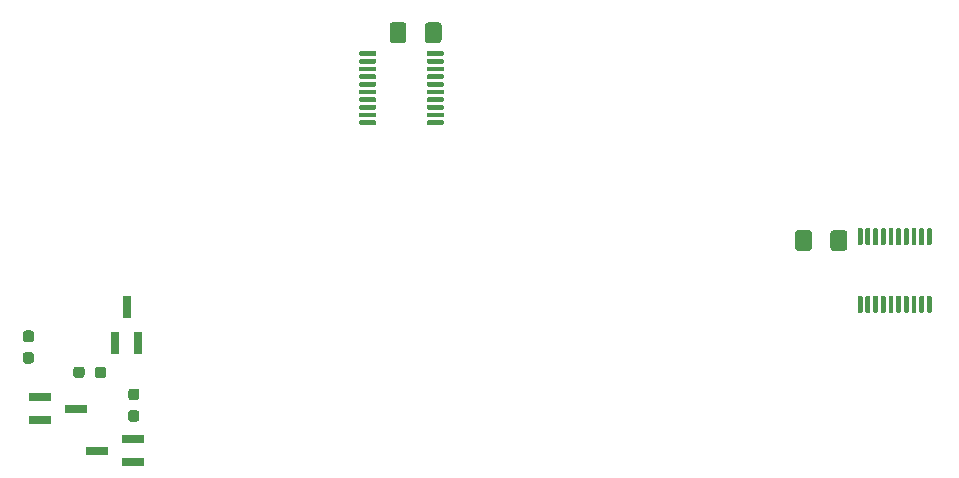
<source format=gbp>
%TF.GenerationSoftware,KiCad,Pcbnew,(5.1.9-0-10_14)*%
%TF.CreationDate,2021-06-06T00:15:20+09:00*%
%TF.ProjectId,scsiemu,73637369-656d-4752-9e6b-696361645f70,rev?*%
%TF.SameCoordinates,Original*%
%TF.FileFunction,Paste,Bot*%
%TF.FilePolarity,Positive*%
%FSLAX46Y46*%
G04 Gerber Fmt 4.6, Leading zero omitted, Abs format (unit mm)*
G04 Created by KiCad (PCBNEW (5.1.9-0-10_14)) date 2021-06-06 00:15:20*
%MOMM*%
%LPD*%
G01*
G04 APERTURE LIST*
%ADD10R,1.900000X0.800000*%
%ADD11R,0.800000X1.900000*%
G04 APERTURE END LIST*
%TO.C,R7*%
G36*
G01*
X125454400Y-78377600D02*
X125929400Y-78377600D01*
G75*
G02*
X126166900Y-78615100I0J-237500D01*
G01*
X126166900Y-79115100D01*
G75*
G02*
X125929400Y-79352600I-237500J0D01*
G01*
X125454400Y-79352600D01*
G75*
G02*
X125216900Y-79115100I0J237500D01*
G01*
X125216900Y-78615100D01*
G75*
G02*
X125454400Y-78377600I237500J0D01*
G01*
G37*
G36*
G01*
X125454400Y-76552600D02*
X125929400Y-76552600D01*
G75*
G02*
X126166900Y-76790100I0J-237500D01*
G01*
X126166900Y-77290100D01*
G75*
G02*
X125929400Y-77527600I-237500J0D01*
G01*
X125454400Y-77527600D01*
G75*
G02*
X125216900Y-77290100I0J237500D01*
G01*
X125216900Y-76790100D01*
G75*
G02*
X125454400Y-76552600I237500J0D01*
G01*
G37*
%TD*%
%TO.C,R6*%
G36*
G01*
X117014000Y-72601900D02*
X116539000Y-72601900D01*
G75*
G02*
X116301500Y-72364400I0J237500D01*
G01*
X116301500Y-71864400D01*
G75*
G02*
X116539000Y-71626900I237500J0D01*
G01*
X117014000Y-71626900D01*
G75*
G02*
X117251500Y-71864400I0J-237500D01*
G01*
X117251500Y-72364400D01*
G75*
G02*
X117014000Y-72601900I-237500J0D01*
G01*
G37*
G36*
G01*
X117014000Y-74426900D02*
X116539000Y-74426900D01*
G75*
G02*
X116301500Y-74189400I0J237500D01*
G01*
X116301500Y-73689400D01*
G75*
G02*
X116539000Y-73451900I237500J0D01*
G01*
X117014000Y-73451900D01*
G75*
G02*
X117251500Y-73689400I0J-237500D01*
G01*
X117251500Y-74189400D01*
G75*
G02*
X117014000Y-74426900I-237500J0D01*
G01*
G37*
%TD*%
%TO.C,R5*%
G36*
G01*
X122383100Y-75408800D02*
X122383100Y-74933800D01*
G75*
G02*
X122620600Y-74696300I237500J0D01*
G01*
X123120600Y-74696300D01*
G75*
G02*
X123358100Y-74933800I0J-237500D01*
G01*
X123358100Y-75408800D01*
G75*
G02*
X123120600Y-75646300I-237500J0D01*
G01*
X122620600Y-75646300D01*
G75*
G02*
X122383100Y-75408800I0J237500D01*
G01*
G37*
G36*
G01*
X120558100Y-75408800D02*
X120558100Y-74933800D01*
G75*
G02*
X120795600Y-74696300I237500J0D01*
G01*
X121295600Y-74696300D01*
G75*
G02*
X121533100Y-74933800I0J-237500D01*
G01*
X121533100Y-75408800D01*
G75*
G02*
X121295600Y-75646300I-237500J0D01*
G01*
X120795600Y-75646300D01*
G75*
G02*
X120558100Y-75408800I0J237500D01*
G01*
G37*
%TD*%
D10*
%TO.C,Q3*%
X122591700Y-81800700D03*
X125591700Y-82750700D03*
X125591700Y-80850700D03*
%TD*%
%TO.C,Q2*%
X120765700Y-78244700D03*
X117765700Y-77294700D03*
X117765700Y-79194700D03*
%TD*%
D11*
%TO.C,Q1*%
X125095000Y-69658100D03*
X124145000Y-72658100D03*
X126045000Y-72658100D03*
%TD*%
%TO.C,C11*%
G36*
G01*
X148780200Y-45793500D02*
X148780200Y-47043500D01*
G75*
G02*
X148530200Y-47293500I-250000J0D01*
G01*
X147605200Y-47293500D01*
G75*
G02*
X147355200Y-47043500I0J250000D01*
G01*
X147355200Y-45793500D01*
G75*
G02*
X147605200Y-45543500I250000J0D01*
G01*
X148530200Y-45543500D01*
G75*
G02*
X148780200Y-45793500I0J-250000D01*
G01*
G37*
G36*
G01*
X151755200Y-45793500D02*
X151755200Y-47043500D01*
G75*
G02*
X151505200Y-47293500I-250000J0D01*
G01*
X150580200Y-47293500D01*
G75*
G02*
X150330200Y-47043500I0J250000D01*
G01*
X150330200Y-45793500D01*
G75*
G02*
X150580200Y-45543500I250000J0D01*
G01*
X151505200Y-45543500D01*
G75*
G02*
X151755200Y-45793500I0J-250000D01*
G01*
G37*
%TD*%
%TO.C,C10*%
G36*
G01*
X183121000Y-63383000D02*
X183121000Y-64633000D01*
G75*
G02*
X182871000Y-64883000I-250000J0D01*
G01*
X181946000Y-64883000D01*
G75*
G02*
X181696000Y-64633000I0J250000D01*
G01*
X181696000Y-63383000D01*
G75*
G02*
X181946000Y-63133000I250000J0D01*
G01*
X182871000Y-63133000D01*
G75*
G02*
X183121000Y-63383000I0J-250000D01*
G01*
G37*
G36*
G01*
X186096000Y-63383000D02*
X186096000Y-64633000D01*
G75*
G02*
X185846000Y-64883000I-250000J0D01*
G01*
X184921000Y-64883000D01*
G75*
G02*
X184671000Y-64633000I0J250000D01*
G01*
X184671000Y-63383000D01*
G75*
G02*
X184921000Y-63133000I250000J0D01*
G01*
X185846000Y-63133000D01*
G75*
G02*
X186096000Y-63383000I0J-250000D01*
G01*
G37*
%TD*%
%TO.C,U8*%
G36*
G01*
X146236400Y-48079800D02*
X146236400Y-48279800D01*
G75*
G02*
X146136400Y-48379800I-100000J0D01*
G01*
X144861400Y-48379800D01*
G75*
G02*
X144761400Y-48279800I0J100000D01*
G01*
X144761400Y-48079800D01*
G75*
G02*
X144861400Y-47979800I100000J0D01*
G01*
X146136400Y-47979800D01*
G75*
G02*
X146236400Y-48079800I0J-100000D01*
G01*
G37*
G36*
G01*
X146236400Y-48729800D02*
X146236400Y-48929800D01*
G75*
G02*
X146136400Y-49029800I-100000J0D01*
G01*
X144861400Y-49029800D01*
G75*
G02*
X144761400Y-48929800I0J100000D01*
G01*
X144761400Y-48729800D01*
G75*
G02*
X144861400Y-48629800I100000J0D01*
G01*
X146136400Y-48629800D01*
G75*
G02*
X146236400Y-48729800I0J-100000D01*
G01*
G37*
G36*
G01*
X146236400Y-49379800D02*
X146236400Y-49579800D01*
G75*
G02*
X146136400Y-49679800I-100000J0D01*
G01*
X144861400Y-49679800D01*
G75*
G02*
X144761400Y-49579800I0J100000D01*
G01*
X144761400Y-49379800D01*
G75*
G02*
X144861400Y-49279800I100000J0D01*
G01*
X146136400Y-49279800D01*
G75*
G02*
X146236400Y-49379800I0J-100000D01*
G01*
G37*
G36*
G01*
X146236400Y-50029800D02*
X146236400Y-50229800D01*
G75*
G02*
X146136400Y-50329800I-100000J0D01*
G01*
X144861400Y-50329800D01*
G75*
G02*
X144761400Y-50229800I0J100000D01*
G01*
X144761400Y-50029800D01*
G75*
G02*
X144861400Y-49929800I100000J0D01*
G01*
X146136400Y-49929800D01*
G75*
G02*
X146236400Y-50029800I0J-100000D01*
G01*
G37*
G36*
G01*
X146236400Y-50679800D02*
X146236400Y-50879800D01*
G75*
G02*
X146136400Y-50979800I-100000J0D01*
G01*
X144861400Y-50979800D01*
G75*
G02*
X144761400Y-50879800I0J100000D01*
G01*
X144761400Y-50679800D01*
G75*
G02*
X144861400Y-50579800I100000J0D01*
G01*
X146136400Y-50579800D01*
G75*
G02*
X146236400Y-50679800I0J-100000D01*
G01*
G37*
G36*
G01*
X146236400Y-51329800D02*
X146236400Y-51529800D01*
G75*
G02*
X146136400Y-51629800I-100000J0D01*
G01*
X144861400Y-51629800D01*
G75*
G02*
X144761400Y-51529800I0J100000D01*
G01*
X144761400Y-51329800D01*
G75*
G02*
X144861400Y-51229800I100000J0D01*
G01*
X146136400Y-51229800D01*
G75*
G02*
X146236400Y-51329800I0J-100000D01*
G01*
G37*
G36*
G01*
X146236400Y-51979800D02*
X146236400Y-52179800D01*
G75*
G02*
X146136400Y-52279800I-100000J0D01*
G01*
X144861400Y-52279800D01*
G75*
G02*
X144761400Y-52179800I0J100000D01*
G01*
X144761400Y-51979800D01*
G75*
G02*
X144861400Y-51879800I100000J0D01*
G01*
X146136400Y-51879800D01*
G75*
G02*
X146236400Y-51979800I0J-100000D01*
G01*
G37*
G36*
G01*
X146236400Y-52629800D02*
X146236400Y-52829800D01*
G75*
G02*
X146136400Y-52929800I-100000J0D01*
G01*
X144861400Y-52929800D01*
G75*
G02*
X144761400Y-52829800I0J100000D01*
G01*
X144761400Y-52629800D01*
G75*
G02*
X144861400Y-52529800I100000J0D01*
G01*
X146136400Y-52529800D01*
G75*
G02*
X146236400Y-52629800I0J-100000D01*
G01*
G37*
G36*
G01*
X146236400Y-53279800D02*
X146236400Y-53479800D01*
G75*
G02*
X146136400Y-53579800I-100000J0D01*
G01*
X144861400Y-53579800D01*
G75*
G02*
X144761400Y-53479800I0J100000D01*
G01*
X144761400Y-53279800D01*
G75*
G02*
X144861400Y-53179800I100000J0D01*
G01*
X146136400Y-53179800D01*
G75*
G02*
X146236400Y-53279800I0J-100000D01*
G01*
G37*
G36*
G01*
X146236400Y-53929800D02*
X146236400Y-54129800D01*
G75*
G02*
X146136400Y-54229800I-100000J0D01*
G01*
X144861400Y-54229800D01*
G75*
G02*
X144761400Y-54129800I0J100000D01*
G01*
X144761400Y-53929800D01*
G75*
G02*
X144861400Y-53829800I100000J0D01*
G01*
X146136400Y-53829800D01*
G75*
G02*
X146236400Y-53929800I0J-100000D01*
G01*
G37*
G36*
G01*
X151961400Y-53929800D02*
X151961400Y-54129800D01*
G75*
G02*
X151861400Y-54229800I-100000J0D01*
G01*
X150586400Y-54229800D01*
G75*
G02*
X150486400Y-54129800I0J100000D01*
G01*
X150486400Y-53929800D01*
G75*
G02*
X150586400Y-53829800I100000J0D01*
G01*
X151861400Y-53829800D01*
G75*
G02*
X151961400Y-53929800I0J-100000D01*
G01*
G37*
G36*
G01*
X151961400Y-53279800D02*
X151961400Y-53479800D01*
G75*
G02*
X151861400Y-53579800I-100000J0D01*
G01*
X150586400Y-53579800D01*
G75*
G02*
X150486400Y-53479800I0J100000D01*
G01*
X150486400Y-53279800D01*
G75*
G02*
X150586400Y-53179800I100000J0D01*
G01*
X151861400Y-53179800D01*
G75*
G02*
X151961400Y-53279800I0J-100000D01*
G01*
G37*
G36*
G01*
X151961400Y-52629800D02*
X151961400Y-52829800D01*
G75*
G02*
X151861400Y-52929800I-100000J0D01*
G01*
X150586400Y-52929800D01*
G75*
G02*
X150486400Y-52829800I0J100000D01*
G01*
X150486400Y-52629800D01*
G75*
G02*
X150586400Y-52529800I100000J0D01*
G01*
X151861400Y-52529800D01*
G75*
G02*
X151961400Y-52629800I0J-100000D01*
G01*
G37*
G36*
G01*
X151961400Y-51979800D02*
X151961400Y-52179800D01*
G75*
G02*
X151861400Y-52279800I-100000J0D01*
G01*
X150586400Y-52279800D01*
G75*
G02*
X150486400Y-52179800I0J100000D01*
G01*
X150486400Y-51979800D01*
G75*
G02*
X150586400Y-51879800I100000J0D01*
G01*
X151861400Y-51879800D01*
G75*
G02*
X151961400Y-51979800I0J-100000D01*
G01*
G37*
G36*
G01*
X151961400Y-51329800D02*
X151961400Y-51529800D01*
G75*
G02*
X151861400Y-51629800I-100000J0D01*
G01*
X150586400Y-51629800D01*
G75*
G02*
X150486400Y-51529800I0J100000D01*
G01*
X150486400Y-51329800D01*
G75*
G02*
X150586400Y-51229800I100000J0D01*
G01*
X151861400Y-51229800D01*
G75*
G02*
X151961400Y-51329800I0J-100000D01*
G01*
G37*
G36*
G01*
X151961400Y-50679800D02*
X151961400Y-50879800D01*
G75*
G02*
X151861400Y-50979800I-100000J0D01*
G01*
X150586400Y-50979800D01*
G75*
G02*
X150486400Y-50879800I0J100000D01*
G01*
X150486400Y-50679800D01*
G75*
G02*
X150586400Y-50579800I100000J0D01*
G01*
X151861400Y-50579800D01*
G75*
G02*
X151961400Y-50679800I0J-100000D01*
G01*
G37*
G36*
G01*
X151961400Y-50029800D02*
X151961400Y-50229800D01*
G75*
G02*
X151861400Y-50329800I-100000J0D01*
G01*
X150586400Y-50329800D01*
G75*
G02*
X150486400Y-50229800I0J100000D01*
G01*
X150486400Y-50029800D01*
G75*
G02*
X150586400Y-49929800I100000J0D01*
G01*
X151861400Y-49929800D01*
G75*
G02*
X151961400Y-50029800I0J-100000D01*
G01*
G37*
G36*
G01*
X151961400Y-49379800D02*
X151961400Y-49579800D01*
G75*
G02*
X151861400Y-49679800I-100000J0D01*
G01*
X150586400Y-49679800D01*
G75*
G02*
X150486400Y-49579800I0J100000D01*
G01*
X150486400Y-49379800D01*
G75*
G02*
X150586400Y-49279800I100000J0D01*
G01*
X151861400Y-49279800D01*
G75*
G02*
X151961400Y-49379800I0J-100000D01*
G01*
G37*
G36*
G01*
X151961400Y-48729800D02*
X151961400Y-48929800D01*
G75*
G02*
X151861400Y-49029800I-100000J0D01*
G01*
X150586400Y-49029800D01*
G75*
G02*
X150486400Y-48929800I0J100000D01*
G01*
X150486400Y-48729800D01*
G75*
G02*
X150586400Y-48629800I100000J0D01*
G01*
X151861400Y-48629800D01*
G75*
G02*
X151961400Y-48729800I0J-100000D01*
G01*
G37*
G36*
G01*
X151961400Y-48079800D02*
X151961400Y-48279800D01*
G75*
G02*
X151861400Y-48379800I-100000J0D01*
G01*
X150586400Y-48379800D01*
G75*
G02*
X150486400Y-48279800I0J100000D01*
G01*
X150486400Y-48079800D01*
G75*
G02*
X150586400Y-47979800I100000J0D01*
G01*
X151861400Y-47979800D01*
G75*
G02*
X151961400Y-48079800I0J-100000D01*
G01*
G37*
%TD*%
%TO.C,U7*%
G36*
G01*
X187094000Y-68673000D02*
X187294000Y-68673000D01*
G75*
G02*
X187394000Y-68773000I0J-100000D01*
G01*
X187394000Y-70048000D01*
G75*
G02*
X187294000Y-70148000I-100000J0D01*
G01*
X187094000Y-70148000D01*
G75*
G02*
X186994000Y-70048000I0J100000D01*
G01*
X186994000Y-68773000D01*
G75*
G02*
X187094000Y-68673000I100000J0D01*
G01*
G37*
G36*
G01*
X187744000Y-68673000D02*
X187944000Y-68673000D01*
G75*
G02*
X188044000Y-68773000I0J-100000D01*
G01*
X188044000Y-70048000D01*
G75*
G02*
X187944000Y-70148000I-100000J0D01*
G01*
X187744000Y-70148000D01*
G75*
G02*
X187644000Y-70048000I0J100000D01*
G01*
X187644000Y-68773000D01*
G75*
G02*
X187744000Y-68673000I100000J0D01*
G01*
G37*
G36*
G01*
X188394000Y-68673000D02*
X188594000Y-68673000D01*
G75*
G02*
X188694000Y-68773000I0J-100000D01*
G01*
X188694000Y-70048000D01*
G75*
G02*
X188594000Y-70148000I-100000J0D01*
G01*
X188394000Y-70148000D01*
G75*
G02*
X188294000Y-70048000I0J100000D01*
G01*
X188294000Y-68773000D01*
G75*
G02*
X188394000Y-68673000I100000J0D01*
G01*
G37*
G36*
G01*
X189044000Y-68673000D02*
X189244000Y-68673000D01*
G75*
G02*
X189344000Y-68773000I0J-100000D01*
G01*
X189344000Y-70048000D01*
G75*
G02*
X189244000Y-70148000I-100000J0D01*
G01*
X189044000Y-70148000D01*
G75*
G02*
X188944000Y-70048000I0J100000D01*
G01*
X188944000Y-68773000D01*
G75*
G02*
X189044000Y-68673000I100000J0D01*
G01*
G37*
G36*
G01*
X189694000Y-68673000D02*
X189894000Y-68673000D01*
G75*
G02*
X189994000Y-68773000I0J-100000D01*
G01*
X189994000Y-70048000D01*
G75*
G02*
X189894000Y-70148000I-100000J0D01*
G01*
X189694000Y-70148000D01*
G75*
G02*
X189594000Y-70048000I0J100000D01*
G01*
X189594000Y-68773000D01*
G75*
G02*
X189694000Y-68673000I100000J0D01*
G01*
G37*
G36*
G01*
X190344000Y-68673000D02*
X190544000Y-68673000D01*
G75*
G02*
X190644000Y-68773000I0J-100000D01*
G01*
X190644000Y-70048000D01*
G75*
G02*
X190544000Y-70148000I-100000J0D01*
G01*
X190344000Y-70148000D01*
G75*
G02*
X190244000Y-70048000I0J100000D01*
G01*
X190244000Y-68773000D01*
G75*
G02*
X190344000Y-68673000I100000J0D01*
G01*
G37*
G36*
G01*
X190994000Y-68673000D02*
X191194000Y-68673000D01*
G75*
G02*
X191294000Y-68773000I0J-100000D01*
G01*
X191294000Y-70048000D01*
G75*
G02*
X191194000Y-70148000I-100000J0D01*
G01*
X190994000Y-70148000D01*
G75*
G02*
X190894000Y-70048000I0J100000D01*
G01*
X190894000Y-68773000D01*
G75*
G02*
X190994000Y-68673000I100000J0D01*
G01*
G37*
G36*
G01*
X191644000Y-68673000D02*
X191844000Y-68673000D01*
G75*
G02*
X191944000Y-68773000I0J-100000D01*
G01*
X191944000Y-70048000D01*
G75*
G02*
X191844000Y-70148000I-100000J0D01*
G01*
X191644000Y-70148000D01*
G75*
G02*
X191544000Y-70048000I0J100000D01*
G01*
X191544000Y-68773000D01*
G75*
G02*
X191644000Y-68673000I100000J0D01*
G01*
G37*
G36*
G01*
X192294000Y-68673000D02*
X192494000Y-68673000D01*
G75*
G02*
X192594000Y-68773000I0J-100000D01*
G01*
X192594000Y-70048000D01*
G75*
G02*
X192494000Y-70148000I-100000J0D01*
G01*
X192294000Y-70148000D01*
G75*
G02*
X192194000Y-70048000I0J100000D01*
G01*
X192194000Y-68773000D01*
G75*
G02*
X192294000Y-68673000I100000J0D01*
G01*
G37*
G36*
G01*
X192944000Y-68673000D02*
X193144000Y-68673000D01*
G75*
G02*
X193244000Y-68773000I0J-100000D01*
G01*
X193244000Y-70048000D01*
G75*
G02*
X193144000Y-70148000I-100000J0D01*
G01*
X192944000Y-70148000D01*
G75*
G02*
X192844000Y-70048000I0J100000D01*
G01*
X192844000Y-68773000D01*
G75*
G02*
X192944000Y-68673000I100000J0D01*
G01*
G37*
G36*
G01*
X192944000Y-62948000D02*
X193144000Y-62948000D01*
G75*
G02*
X193244000Y-63048000I0J-100000D01*
G01*
X193244000Y-64323000D01*
G75*
G02*
X193144000Y-64423000I-100000J0D01*
G01*
X192944000Y-64423000D01*
G75*
G02*
X192844000Y-64323000I0J100000D01*
G01*
X192844000Y-63048000D01*
G75*
G02*
X192944000Y-62948000I100000J0D01*
G01*
G37*
G36*
G01*
X192294000Y-62948000D02*
X192494000Y-62948000D01*
G75*
G02*
X192594000Y-63048000I0J-100000D01*
G01*
X192594000Y-64323000D01*
G75*
G02*
X192494000Y-64423000I-100000J0D01*
G01*
X192294000Y-64423000D01*
G75*
G02*
X192194000Y-64323000I0J100000D01*
G01*
X192194000Y-63048000D01*
G75*
G02*
X192294000Y-62948000I100000J0D01*
G01*
G37*
G36*
G01*
X191644000Y-62948000D02*
X191844000Y-62948000D01*
G75*
G02*
X191944000Y-63048000I0J-100000D01*
G01*
X191944000Y-64323000D01*
G75*
G02*
X191844000Y-64423000I-100000J0D01*
G01*
X191644000Y-64423000D01*
G75*
G02*
X191544000Y-64323000I0J100000D01*
G01*
X191544000Y-63048000D01*
G75*
G02*
X191644000Y-62948000I100000J0D01*
G01*
G37*
G36*
G01*
X190994000Y-62948000D02*
X191194000Y-62948000D01*
G75*
G02*
X191294000Y-63048000I0J-100000D01*
G01*
X191294000Y-64323000D01*
G75*
G02*
X191194000Y-64423000I-100000J0D01*
G01*
X190994000Y-64423000D01*
G75*
G02*
X190894000Y-64323000I0J100000D01*
G01*
X190894000Y-63048000D01*
G75*
G02*
X190994000Y-62948000I100000J0D01*
G01*
G37*
G36*
G01*
X190344000Y-62948000D02*
X190544000Y-62948000D01*
G75*
G02*
X190644000Y-63048000I0J-100000D01*
G01*
X190644000Y-64323000D01*
G75*
G02*
X190544000Y-64423000I-100000J0D01*
G01*
X190344000Y-64423000D01*
G75*
G02*
X190244000Y-64323000I0J100000D01*
G01*
X190244000Y-63048000D01*
G75*
G02*
X190344000Y-62948000I100000J0D01*
G01*
G37*
G36*
G01*
X189694000Y-62948000D02*
X189894000Y-62948000D01*
G75*
G02*
X189994000Y-63048000I0J-100000D01*
G01*
X189994000Y-64323000D01*
G75*
G02*
X189894000Y-64423000I-100000J0D01*
G01*
X189694000Y-64423000D01*
G75*
G02*
X189594000Y-64323000I0J100000D01*
G01*
X189594000Y-63048000D01*
G75*
G02*
X189694000Y-62948000I100000J0D01*
G01*
G37*
G36*
G01*
X189044000Y-62948000D02*
X189244000Y-62948000D01*
G75*
G02*
X189344000Y-63048000I0J-100000D01*
G01*
X189344000Y-64323000D01*
G75*
G02*
X189244000Y-64423000I-100000J0D01*
G01*
X189044000Y-64423000D01*
G75*
G02*
X188944000Y-64323000I0J100000D01*
G01*
X188944000Y-63048000D01*
G75*
G02*
X189044000Y-62948000I100000J0D01*
G01*
G37*
G36*
G01*
X188394000Y-62948000D02*
X188594000Y-62948000D01*
G75*
G02*
X188694000Y-63048000I0J-100000D01*
G01*
X188694000Y-64323000D01*
G75*
G02*
X188594000Y-64423000I-100000J0D01*
G01*
X188394000Y-64423000D01*
G75*
G02*
X188294000Y-64323000I0J100000D01*
G01*
X188294000Y-63048000D01*
G75*
G02*
X188394000Y-62948000I100000J0D01*
G01*
G37*
G36*
G01*
X187744000Y-62948000D02*
X187944000Y-62948000D01*
G75*
G02*
X188044000Y-63048000I0J-100000D01*
G01*
X188044000Y-64323000D01*
G75*
G02*
X187944000Y-64423000I-100000J0D01*
G01*
X187744000Y-64423000D01*
G75*
G02*
X187644000Y-64323000I0J100000D01*
G01*
X187644000Y-63048000D01*
G75*
G02*
X187744000Y-62948000I100000J0D01*
G01*
G37*
G36*
G01*
X187094000Y-62948000D02*
X187294000Y-62948000D01*
G75*
G02*
X187394000Y-63048000I0J-100000D01*
G01*
X187394000Y-64323000D01*
G75*
G02*
X187294000Y-64423000I-100000J0D01*
G01*
X187094000Y-64423000D01*
G75*
G02*
X186994000Y-64323000I0J100000D01*
G01*
X186994000Y-63048000D01*
G75*
G02*
X187094000Y-62948000I100000J0D01*
G01*
G37*
%TD*%
M02*

</source>
